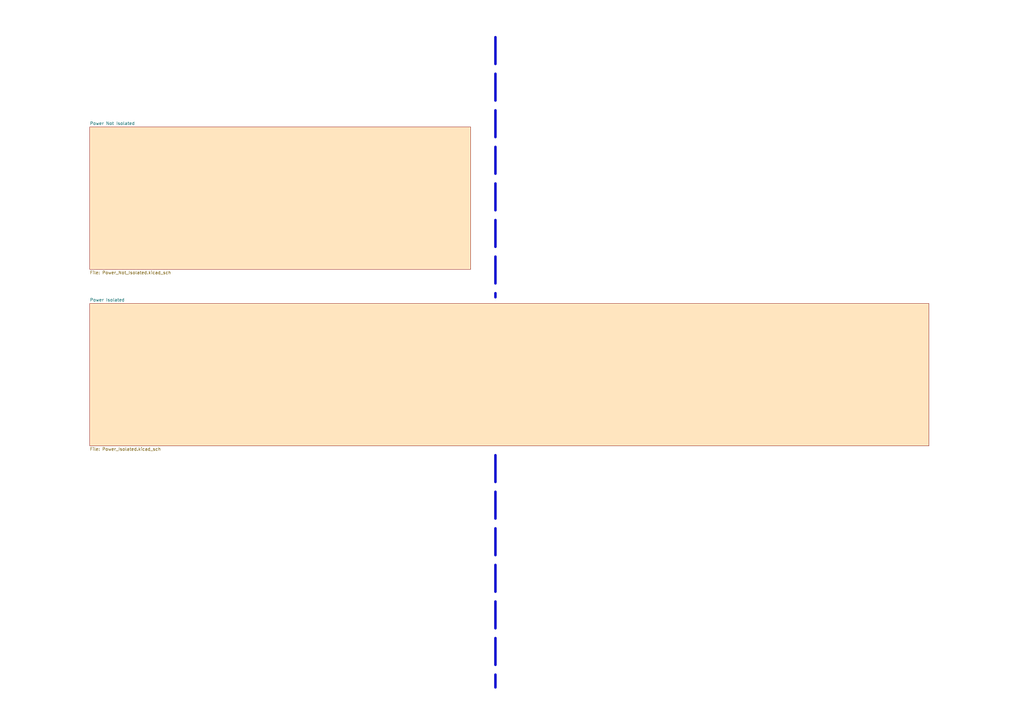
<source format=kicad_sch>
(kicad_sch
	(version 20250114)
	(generator "eeschema")
	(generator_version "9.0")
	(uuid "58739980-f7f4-452b-aaf8-c7b684548e17")
	(paper "A3")
	(lib_symbols)
	(polyline
		(pts
			(xy 203.2 186.69) (xy 203.2 281.94)
		)
		(stroke
			(width 1)
			(type dash)
		)
		(uuid "5a9cfbc5-904f-4c4e-8749-4732603883b9")
	)
	(polyline
		(pts
			(xy 203.2 15.24) (xy 203.2 121.92)
		)
		(stroke
			(width 1)
			(type dash)
		)
		(uuid "aaf3d580-70ca-4ce5-ad8a-cfd0bca3bf61")
	)
	(sheet
		(at 36.83 52.07)
		(size 156.21 58.42)
		(exclude_from_sim no)
		(in_bom yes)
		(on_board yes)
		(dnp no)
		(fields_autoplaced yes)
		(stroke
			(width 0.1524)
			(type solid)
		)
		(fill
			(color 255 229 191 1.0000)
		)
		(uuid "46440f40-a1d8-4f0c-8c97-f1b8c5865235")
		(property "Sheetname" "Power Not Isolated"
			(at 36.83 51.3584 0)
			(effects
				(font
					(size 1.27 1.27)
				)
				(justify left bottom)
			)
		)
		(property "Sheetfile" "Power_Not_Isolated.kicad_sch"
			(at 36.83 111.0746 0)
			(effects
				(font
					(size 1.27 1.27)
				)
				(justify left top)
			)
		)
		(instances
			(project "ETH1CVOLT_A"
				(path "/ca79f0b4-91f7-4537-917d-68d425c03ca3/485861e8-c90d-4c19-b473-548e94ff000e/18da2cad-962d-47df-95e7-fd94fee0a7d8"
					(page "6")
				)
			)
		)
	)
	(sheet
		(at 36.83 124.46)
		(size 344.17 58.42)
		(exclude_from_sim no)
		(in_bom yes)
		(on_board yes)
		(dnp no)
		(fields_autoplaced yes)
		(stroke
			(width 0.1524)
			(type solid)
		)
		(fill
			(color 255 229 191 1.0000)
		)
		(uuid "ff9439b0-b623-4d10-a906-fb4e3cb6e044")
		(property "Sheetname" "Power Isolated"
			(at 36.83 123.7484 0)
			(effects
				(font
					(size 1.27 1.27)
				)
				(justify left bottom)
			)
		)
		(property "Sheetfile" "Power_Isolated.kicad_sch"
			(at 36.83 183.4646 0)
			(effects
				(font
					(size 1.27 1.27)
				)
				(justify left top)
			)
		)
		(instances
			(project "ETH1CVOLT_A"
				(path "/ca79f0b4-91f7-4537-917d-68d425c03ca3/485861e8-c90d-4c19-b473-548e94ff000e/18da2cad-962d-47df-95e7-fd94fee0a7d8"
					(page "7")
				)
			)
		)
	)
)

</source>
